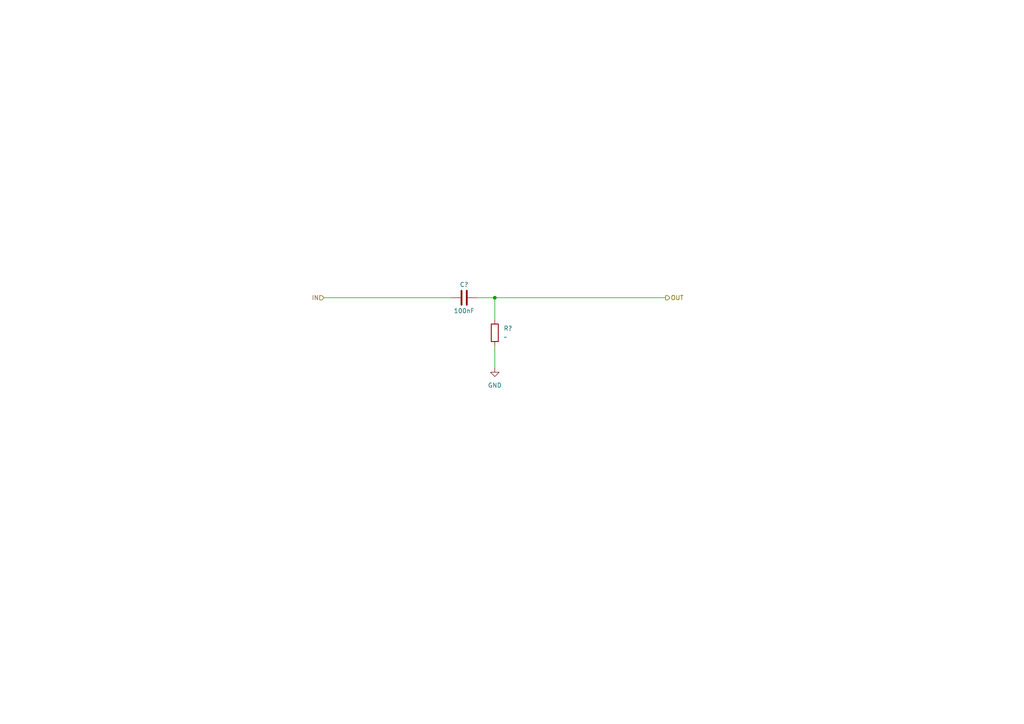
<source format=kicad_sch>
(kicad_sch (version 20211123) (generator eeschema)
  (paper "A4")
  (lib_symbols
    (symbol "Device:C" (pin_numbers hide) (pin_names (offset 0.254))
      (property "Reference" "C" (at 0.635 2.54 0))
      (property "Value" "C" (at 0.635 -2.54 0))
      (symbol "C_0_1"
        (polyline (pts (xy -2.032 -0.762) (xy 2.032 -0.762)) (stroke (width 0.508)))
        (polyline (pts (xy -2.032 0.762) (xy 2.032 0.762)) (stroke (width 0.508)))
      )
      (symbol "C_1_1"
        (pin passive line (at 0 3.81 270) (length 2.794) (name "~") (number "1"))
        (pin passive line (at 0 -3.81 90) (length 2.794) (name "~") (number "2"))
      )
    )
    (symbol "Device:R" (pin_numbers hide) (pin_names (offset 0))
      (property "Reference" "R" (at 2.032 0 90))
      (property "Value" "R" (at 0 0 90))
      (symbol "R_0_1"
        (rectangle (start -1.016 -2.54) (end 1.016 2.54) (stroke (width 0.254)))
      )
      (symbol "R_1_1"
        (pin passive line (at 0 3.81 270) (length 1.27) (name "~") (number "1"))
        (pin passive line (at 0 -3.81 90) (length 1.27) (name "~") (number "2"))
      )
    )
    (symbol "power:GND" (power) (pin_names (offset 0))
      (property "Value" "GND" (at 0 -3.81 0))
      (symbol "GND_0_1"
        (polyline (pts (xy 0 0) (xy 0 -1.27) (xy 1.27 -1.27) (xy 0 -2.54) (xy -1.27 -1.27) (xy 0 -1.27)))
      )
      (symbol "GND_1_1"
        (pin power_in line (at 0 0 270) (length 0) hide (name "GND") (number "1"))
      )
    )
  )
  (junction (at 143.51 86.36))
  (wire (pts (xy 138.43 86.36) (xy 143.51 86.36)))
  (wire (pts (xy 143.51 86.36) (xy 143.51 92.71)))
  (wire (pts (xy 143.51 100.33) (xy 143.51 106.68)))
  (wire (pts (xy 143.51 86.36) (xy 193.04 86.36)))
  (wire (pts (xy 93.98 86.36) (xy 130.81 86.36)))
  (hierarchical_label "IN" (shape input) (at 93.98 86.36 180))
  (hierarchical_label "OUT" (shape output) (at 193.04 86.36 0))
  (symbol (lib_id "power:GND") (at 143.51 106.68 0) (unit 1)
    (property "Reference" "#PWR?" (effects hide))
    (property "Value" "~" (at 143.51 111.76 0))
  )
  (symbol (lib_id "Device:C") (at 134.62 86.36 90) (unit 1)
    (property "Reference" "C?" (at 134.62 82.55 90))
    (property "Value" "100nF" (at 134.62 90.17 90))
    (property "Footprint" "Capacitor_SMD:C_0805_2012Metric_Pad1.18x1.45mm_HandSolder" (effects hide))
  )
  (symbol (lib_id "Device:R") (at 143.51 96.52 0) (unit 1)
    (property "Reference" "R?" (at 146.05 95.2499 0) (effects (justify left)))
    (property "Value" "~" (at 146.05 97.7899 0) (effects (justify left)))
  )
)
</source>
